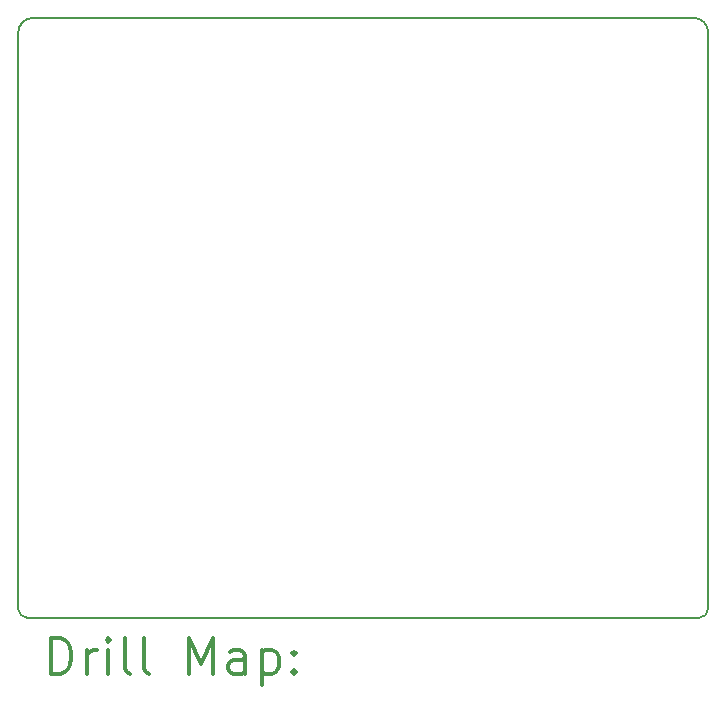
<source format=gbr>
%FSLAX45Y45*%
G04 Gerber Fmt 4.5, Leading zero omitted, Abs format (unit mm)*
G04 Created by KiCad (PCBNEW (5.1.6)-1) date 2021-11-23 16:53:45*
%MOMM*%
%LPD*%
G01*
G04 APERTURE LIST*
%TA.AperFunction,Profile*%
%ADD10C,0.150000*%
%TD*%
%ADD11C,0.200000*%
%ADD12C,0.300000*%
G04 APERTURE END LIST*
D10*
X6096000Y-7874000D02*
G75*
G03*
X5969000Y-8001000I0J-127000D01*
G01*
X11811000Y-8001000D02*
G75*
G03*
X11684000Y-7874000I-127000J0D01*
G01*
X11734800Y-12954000D02*
G75*
G03*
X11811000Y-12877800I0J76200D01*
G01*
X5969000Y-12877800D02*
G75*
G03*
X6045200Y-12954000I76200J0D01*
G01*
X5969000Y-12877800D02*
X5969000Y-8001000D01*
X11734800Y-12954000D02*
X6045200Y-12954000D01*
X11811000Y-8001000D02*
X11811000Y-12877800D01*
X6096000Y-7874000D02*
X11684000Y-7874000D01*
D11*
D12*
X6247928Y-13427214D02*
X6247928Y-13127214D01*
X6319357Y-13127214D01*
X6362214Y-13141500D01*
X6390786Y-13170071D01*
X6405071Y-13198643D01*
X6419357Y-13255786D01*
X6419357Y-13298643D01*
X6405071Y-13355786D01*
X6390786Y-13384357D01*
X6362214Y-13412929D01*
X6319357Y-13427214D01*
X6247928Y-13427214D01*
X6547928Y-13427214D02*
X6547928Y-13227214D01*
X6547928Y-13284357D02*
X6562214Y-13255786D01*
X6576500Y-13241500D01*
X6605071Y-13227214D01*
X6633643Y-13227214D01*
X6733643Y-13427214D02*
X6733643Y-13227214D01*
X6733643Y-13127214D02*
X6719357Y-13141500D01*
X6733643Y-13155786D01*
X6747928Y-13141500D01*
X6733643Y-13127214D01*
X6733643Y-13155786D01*
X6919357Y-13427214D02*
X6890786Y-13412929D01*
X6876500Y-13384357D01*
X6876500Y-13127214D01*
X7076500Y-13427214D02*
X7047928Y-13412929D01*
X7033643Y-13384357D01*
X7033643Y-13127214D01*
X7419357Y-13427214D02*
X7419357Y-13127214D01*
X7519357Y-13341500D01*
X7619357Y-13127214D01*
X7619357Y-13427214D01*
X7890786Y-13427214D02*
X7890786Y-13270071D01*
X7876500Y-13241500D01*
X7847928Y-13227214D01*
X7790786Y-13227214D01*
X7762214Y-13241500D01*
X7890786Y-13412929D02*
X7862214Y-13427214D01*
X7790786Y-13427214D01*
X7762214Y-13412929D01*
X7747928Y-13384357D01*
X7747928Y-13355786D01*
X7762214Y-13327214D01*
X7790786Y-13312929D01*
X7862214Y-13312929D01*
X7890786Y-13298643D01*
X8033643Y-13227214D02*
X8033643Y-13527214D01*
X8033643Y-13241500D02*
X8062214Y-13227214D01*
X8119357Y-13227214D01*
X8147928Y-13241500D01*
X8162214Y-13255786D01*
X8176500Y-13284357D01*
X8176500Y-13370071D01*
X8162214Y-13398643D01*
X8147928Y-13412929D01*
X8119357Y-13427214D01*
X8062214Y-13427214D01*
X8033643Y-13412929D01*
X8305071Y-13398643D02*
X8319357Y-13412929D01*
X8305071Y-13427214D01*
X8290786Y-13412929D01*
X8305071Y-13398643D01*
X8305071Y-13427214D01*
X8305071Y-13241500D02*
X8319357Y-13255786D01*
X8305071Y-13270071D01*
X8290786Y-13255786D01*
X8305071Y-13241500D01*
X8305071Y-13270071D01*
M02*

</source>
